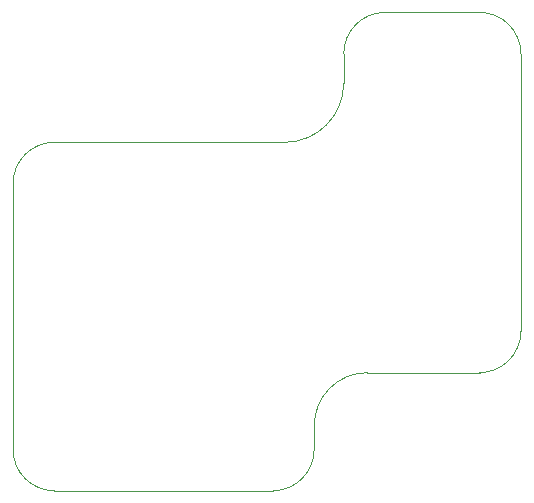
<source format=gbr>
%TF.GenerationSoftware,KiCad,Pcbnew,8.0.5-8.0.5-0~ubuntu22.04.1*%
%TF.CreationDate,2024-11-13T11:33:31+02:00*%
%TF.ProjectId,spindle_fan_control,7370696e-646c-4655-9f66-616e5f636f6e,rev?*%
%TF.SameCoordinates,PX7735940PY6252e60*%
%TF.FileFunction,Profile,NP*%
%FSLAX46Y46*%
G04 Gerber Fmt 4.6, Leading zero omitted, Abs format (unit mm)*
G04 Created by KiCad (PCBNEW 8.0.5-8.0.5-0~ubuntu22.04.1) date 2024-11-13 11:33:31*
%MOMM*%
%LPD*%
G01*
G04 APERTURE LIST*
%TA.AperFunction,Profile*%
%ADD10C,0.050000*%
%TD*%
G04 APERTURE END LIST*
D10*
X-29500000Y4100000D02*
G75*
G02*
X-26000000Y7600000I3500000J0D01*
G01*
X10000000Y18600000D02*
G75*
G02*
X13500000Y15100000I0J-3500000D01*
G01*
X-7500000Y-21900000D02*
X-26000000Y-21900000D01*
X-1500000Y12600000D02*
G75*
G02*
X-6500000Y7600000I-5000000J0D01*
G01*
X2000000Y18600000D02*
X10000000Y18600000D01*
X-1500000Y15100000D02*
G75*
G02*
X2000000Y18600000I3500000J0D01*
G01*
X-26000000Y7600000D02*
X-6500000Y7600000D01*
X-29500000Y-18400000D02*
X-29500000Y4100000D01*
X13500000Y-8400000D02*
X13500000Y15100000D01*
X-1500000Y12600000D02*
X-1500000Y15100000D01*
X-4000000Y-16400000D02*
X-4000000Y-18400000D01*
X-26000000Y-21900000D02*
G75*
G02*
X-29500000Y-18400000I0J3500000D01*
G01*
X-4000000Y-16400000D02*
G75*
G02*
X500000Y-11900000I4500000J0D01*
G01*
X13500000Y-8400000D02*
G75*
G02*
X10000000Y-11900000I-3500000J0D01*
G01*
X-4000000Y-18400000D02*
G75*
G02*
X-7500000Y-21900000I-3500000J0D01*
G01*
X10000000Y-11900000D02*
X500000Y-11900000D01*
M02*

</source>
